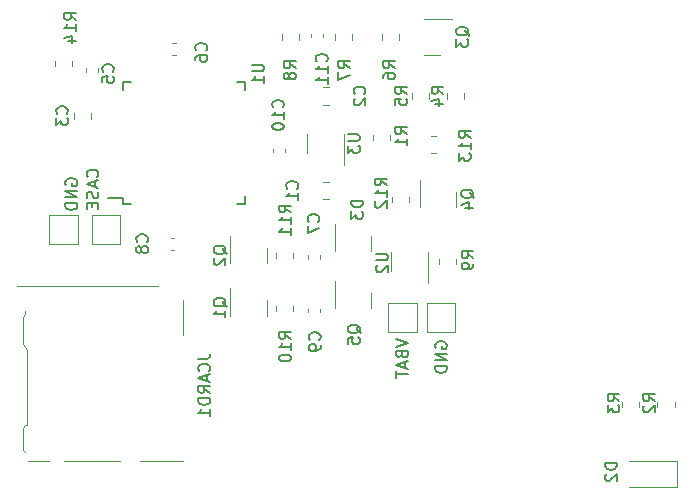
<source format=gbr>
%TF.GenerationSoftware,KiCad,Pcbnew,(6.0.9)*%
%TF.CreationDate,2023-11-17T13:22:31+01:00*%
%TF.ProjectId,datakeyboard,64617461-6b65-4796-926f-6172642e6b69,2*%
%TF.SameCoordinates,Original*%
%TF.FileFunction,Legend,Bot*%
%TF.FilePolarity,Positive*%
%FSLAX46Y46*%
G04 Gerber Fmt 4.6, Leading zero omitted, Abs format (unit mm)*
G04 Created by KiCad (PCBNEW (6.0.9)) date 2023-11-17 13:22:31*
%MOMM*%
%LPD*%
G01*
G04 APERTURE LIST*
%ADD10C,0.150000*%
%ADD11C,0.120000*%
G04 APERTURE END LIST*
D10*
X136300000Y-134338095D02*
X136252380Y-134242857D01*
X136252380Y-134100000D01*
X136300000Y-133957142D01*
X136395238Y-133861904D01*
X136490476Y-133814285D01*
X136680952Y-133766666D01*
X136823809Y-133766666D01*
X137014285Y-133814285D01*
X137109523Y-133861904D01*
X137204761Y-133957142D01*
X137252380Y-134100000D01*
X137252380Y-134195238D01*
X137204761Y-134338095D01*
X137157142Y-134385714D01*
X136823809Y-134385714D01*
X136823809Y-134195238D01*
X137252380Y-134814285D02*
X136252380Y-134814285D01*
X137252380Y-135385714D01*
X136252380Y-135385714D01*
X137252380Y-135861904D02*
X136252380Y-135861904D01*
X136252380Y-136100000D01*
X136300000Y-136242857D01*
X136395238Y-136338095D01*
X136490476Y-136385714D01*
X136680952Y-136433333D01*
X136823809Y-136433333D01*
X137014285Y-136385714D01*
X137109523Y-136338095D01*
X137204761Y-136242857D01*
X137252380Y-136100000D01*
X137252380Y-135861904D01*
X107657142Y-119852380D02*
X107704761Y-119804761D01*
X107752380Y-119661904D01*
X107752380Y-119566666D01*
X107704761Y-119423809D01*
X107609523Y-119328571D01*
X107514285Y-119280952D01*
X107323809Y-119233333D01*
X107180952Y-119233333D01*
X106990476Y-119280952D01*
X106895238Y-119328571D01*
X106800000Y-119423809D01*
X106752380Y-119566666D01*
X106752380Y-119661904D01*
X106800000Y-119804761D01*
X106847619Y-119852380D01*
X107466666Y-120233333D02*
X107466666Y-120709523D01*
X107752380Y-120138095D02*
X106752380Y-120471428D01*
X107752380Y-120804761D01*
X107704761Y-121090476D02*
X107752380Y-121233333D01*
X107752380Y-121471428D01*
X107704761Y-121566666D01*
X107657142Y-121614285D01*
X107561904Y-121661904D01*
X107466666Y-121661904D01*
X107371428Y-121614285D01*
X107323809Y-121566666D01*
X107276190Y-121471428D01*
X107228571Y-121280952D01*
X107180952Y-121185714D01*
X107133333Y-121138095D01*
X107038095Y-121090476D01*
X106942857Y-121090476D01*
X106847619Y-121138095D01*
X106800000Y-121185714D01*
X106752380Y-121280952D01*
X106752380Y-121519047D01*
X106800000Y-121661904D01*
X107228571Y-122090476D02*
X107228571Y-122423809D01*
X107752380Y-122566666D02*
X107752380Y-122090476D01*
X106752380Y-122090476D01*
X106752380Y-122566666D01*
X132952380Y-133557142D02*
X133952380Y-133890476D01*
X132952380Y-134223809D01*
X133428571Y-134890476D02*
X133476190Y-135033333D01*
X133523809Y-135080952D01*
X133619047Y-135128571D01*
X133761904Y-135128571D01*
X133857142Y-135080952D01*
X133904761Y-135033333D01*
X133952380Y-134938095D01*
X133952380Y-134557142D01*
X132952380Y-134557142D01*
X132952380Y-134890476D01*
X133000000Y-134985714D01*
X133047619Y-135033333D01*
X133142857Y-135080952D01*
X133238095Y-135080952D01*
X133333333Y-135033333D01*
X133380952Y-134985714D01*
X133428571Y-134890476D01*
X133428571Y-134557142D01*
X133666666Y-135509523D02*
X133666666Y-135985714D01*
X133952380Y-135414285D02*
X132952380Y-135747619D01*
X133952380Y-136080952D01*
X132952380Y-136271428D02*
X132952380Y-136842857D01*
X133952380Y-136557142D02*
X132952380Y-136557142D01*
X105000000Y-120538095D02*
X104952380Y-120442857D01*
X104952380Y-120300000D01*
X105000000Y-120157142D01*
X105095238Y-120061904D01*
X105190476Y-120014285D01*
X105380952Y-119966666D01*
X105523809Y-119966666D01*
X105714285Y-120014285D01*
X105809523Y-120061904D01*
X105904761Y-120157142D01*
X105952380Y-120300000D01*
X105952380Y-120395238D01*
X105904761Y-120538095D01*
X105857142Y-120585714D01*
X105523809Y-120585714D01*
X105523809Y-120395238D01*
X105952380Y-121014285D02*
X104952380Y-121014285D01*
X105952380Y-121585714D01*
X104952380Y-121585714D01*
X105952380Y-122061904D02*
X104952380Y-122061904D01*
X104952380Y-122300000D01*
X105000000Y-122442857D01*
X105095238Y-122538095D01*
X105190476Y-122585714D01*
X105380952Y-122633333D01*
X105523809Y-122633333D01*
X105714285Y-122585714D01*
X105809523Y-122538095D01*
X105904761Y-122442857D01*
X105952380Y-122300000D01*
X105952380Y-122061904D01*
%TO.C,R14*%
X105862380Y-106545142D02*
X105386190Y-106211809D01*
X105862380Y-105973714D02*
X104862380Y-105973714D01*
X104862380Y-106354666D01*
X104910000Y-106449904D01*
X104957619Y-106497523D01*
X105052857Y-106545142D01*
X105195714Y-106545142D01*
X105290952Y-106497523D01*
X105338571Y-106449904D01*
X105386190Y-106354666D01*
X105386190Y-105973714D01*
X105862380Y-107497523D02*
X105862380Y-106926095D01*
X105862380Y-107211809D02*
X104862380Y-107211809D01*
X105005238Y-107116571D01*
X105100476Y-107021333D01*
X105148095Y-106926095D01*
X105195714Y-108354666D02*
X105862380Y-108354666D01*
X104814761Y-108116571D02*
X105529047Y-107878476D01*
X105529047Y-108497523D01*
%TO.C,JCARD1*%
X116202380Y-135238095D02*
X116916666Y-135238095D01*
X117059523Y-135190476D01*
X117154761Y-135095238D01*
X117202380Y-134952380D01*
X117202380Y-134857142D01*
X117107142Y-136285714D02*
X117154761Y-136238095D01*
X117202380Y-136095238D01*
X117202380Y-136000000D01*
X117154761Y-135857142D01*
X117059523Y-135761904D01*
X116964285Y-135714285D01*
X116773809Y-135666666D01*
X116630952Y-135666666D01*
X116440476Y-135714285D01*
X116345238Y-135761904D01*
X116250000Y-135857142D01*
X116202380Y-136000000D01*
X116202380Y-136095238D01*
X116250000Y-136238095D01*
X116297619Y-136285714D01*
X116916666Y-136666666D02*
X116916666Y-137142857D01*
X117202380Y-136571428D02*
X116202380Y-136904761D01*
X117202380Y-137238095D01*
X117202380Y-138142857D02*
X116726190Y-137809523D01*
X117202380Y-137571428D02*
X116202380Y-137571428D01*
X116202380Y-137952380D01*
X116250000Y-138047619D01*
X116297619Y-138095238D01*
X116392857Y-138142857D01*
X116535714Y-138142857D01*
X116630952Y-138095238D01*
X116678571Y-138047619D01*
X116726190Y-137952380D01*
X116726190Y-137571428D01*
X117202380Y-138571428D02*
X116202380Y-138571428D01*
X116202380Y-138809523D01*
X116250000Y-138952380D01*
X116345238Y-139047619D01*
X116440476Y-139095238D01*
X116630952Y-139142857D01*
X116773809Y-139142857D01*
X116964285Y-139095238D01*
X117059523Y-139047619D01*
X117154761Y-138952380D01*
X117202380Y-138809523D01*
X117202380Y-138571428D01*
X117202380Y-140095238D02*
X117202380Y-139523809D01*
X117202380Y-139809523D02*
X116202380Y-139809523D01*
X116345238Y-139714285D01*
X116440476Y-139619047D01*
X116488095Y-139523809D01*
%TO.C,U1*%
X120752380Y-110338095D02*
X121561904Y-110338095D01*
X121657142Y-110385714D01*
X121704761Y-110433333D01*
X121752380Y-110528571D01*
X121752380Y-110719047D01*
X121704761Y-110814285D01*
X121657142Y-110861904D01*
X121561904Y-110909523D01*
X120752380Y-110909523D01*
X121752380Y-111909523D02*
X121752380Y-111338095D01*
X121752380Y-111623809D02*
X120752380Y-111623809D01*
X120895238Y-111528571D01*
X120990476Y-111433333D01*
X121038095Y-111338095D01*
%TO.C,R1*%
X133852380Y-116233333D02*
X133376190Y-115900000D01*
X133852380Y-115661904D02*
X132852380Y-115661904D01*
X132852380Y-116042857D01*
X132900000Y-116138095D01*
X132947619Y-116185714D01*
X133042857Y-116233333D01*
X133185714Y-116233333D01*
X133280952Y-116185714D01*
X133328571Y-116138095D01*
X133376190Y-116042857D01*
X133376190Y-115661904D01*
X133852380Y-117185714D02*
X133852380Y-116614285D01*
X133852380Y-116900000D02*
X132852380Y-116900000D01*
X132995238Y-116804761D01*
X133090476Y-116709523D01*
X133138095Y-116614285D01*
%TO.C,C10*%
X123357142Y-113957142D02*
X123404761Y-113909523D01*
X123452380Y-113766666D01*
X123452380Y-113671428D01*
X123404761Y-113528571D01*
X123309523Y-113433333D01*
X123214285Y-113385714D01*
X123023809Y-113338095D01*
X122880952Y-113338095D01*
X122690476Y-113385714D01*
X122595238Y-113433333D01*
X122500000Y-113528571D01*
X122452380Y-113671428D01*
X122452380Y-113766666D01*
X122500000Y-113909523D01*
X122547619Y-113957142D01*
X123452380Y-114909523D02*
X123452380Y-114338095D01*
X123452380Y-114623809D02*
X122452380Y-114623809D01*
X122595238Y-114528571D01*
X122690476Y-114433333D01*
X122738095Y-114338095D01*
X122452380Y-115528571D02*
X122452380Y-115623809D01*
X122500000Y-115719047D01*
X122547619Y-115766666D01*
X122642857Y-115814285D01*
X122833333Y-115861904D01*
X123071428Y-115861904D01*
X123261904Y-115814285D01*
X123357142Y-115766666D01*
X123404761Y-115719047D01*
X123452380Y-115623809D01*
X123452380Y-115528571D01*
X123404761Y-115433333D01*
X123357142Y-115385714D01*
X123261904Y-115338095D01*
X123071428Y-115290476D01*
X122833333Y-115290476D01*
X122642857Y-115338095D01*
X122547619Y-115385714D01*
X122500000Y-115433333D01*
X122452380Y-115528571D01*
%TO.C,R5*%
X133852380Y-112833333D02*
X133376190Y-112500000D01*
X133852380Y-112261904D02*
X132852380Y-112261904D01*
X132852380Y-112642857D01*
X132900000Y-112738095D01*
X132947619Y-112785714D01*
X133042857Y-112833333D01*
X133185714Y-112833333D01*
X133280952Y-112785714D01*
X133328571Y-112738095D01*
X133376190Y-112642857D01*
X133376190Y-112261904D01*
X132852380Y-113738095D02*
X132852380Y-113261904D01*
X133328571Y-113214285D01*
X133280952Y-113261904D01*
X133233333Y-113357142D01*
X133233333Y-113595238D01*
X133280952Y-113690476D01*
X133328571Y-113738095D01*
X133423809Y-113785714D01*
X133661904Y-113785714D01*
X133757142Y-113738095D01*
X133804761Y-113690476D01*
X133852380Y-113595238D01*
X133852380Y-113357142D01*
X133804761Y-113261904D01*
X133757142Y-113214285D01*
%TO.C,C6*%
X116857142Y-109133333D02*
X116904761Y-109085714D01*
X116952380Y-108942857D01*
X116952380Y-108847619D01*
X116904761Y-108704761D01*
X116809523Y-108609523D01*
X116714285Y-108561904D01*
X116523809Y-108514285D01*
X116380952Y-108514285D01*
X116190476Y-108561904D01*
X116095238Y-108609523D01*
X116000000Y-108704761D01*
X115952380Y-108847619D01*
X115952380Y-108942857D01*
X116000000Y-109085714D01*
X116047619Y-109133333D01*
X115952380Y-109990476D02*
X115952380Y-109800000D01*
X116000000Y-109704761D01*
X116047619Y-109657142D01*
X116190476Y-109561904D01*
X116380952Y-109514285D01*
X116761904Y-109514285D01*
X116857142Y-109561904D01*
X116904761Y-109609523D01*
X116952380Y-109704761D01*
X116952380Y-109895238D01*
X116904761Y-109990476D01*
X116857142Y-110038095D01*
X116761904Y-110085714D01*
X116523809Y-110085714D01*
X116428571Y-110038095D01*
X116380952Y-109990476D01*
X116333333Y-109895238D01*
X116333333Y-109704761D01*
X116380952Y-109609523D01*
X116428571Y-109561904D01*
X116523809Y-109514285D01*
%TO.C,U3*%
X128852380Y-116238095D02*
X129661904Y-116238095D01*
X129757142Y-116285714D01*
X129804761Y-116333333D01*
X129852380Y-116428571D01*
X129852380Y-116619047D01*
X129804761Y-116714285D01*
X129757142Y-116761904D01*
X129661904Y-116809523D01*
X128852380Y-116809523D01*
X128852380Y-117190476D02*
X128852380Y-117809523D01*
X129233333Y-117476190D01*
X129233333Y-117619047D01*
X129280952Y-117714285D01*
X129328571Y-117761904D01*
X129423809Y-117809523D01*
X129661904Y-117809523D01*
X129757142Y-117761904D01*
X129804761Y-117714285D01*
X129852380Y-117619047D01*
X129852380Y-117333333D01*
X129804761Y-117238095D01*
X129757142Y-117190476D01*
%TO.C,U2*%
X131252380Y-126338095D02*
X132061904Y-126338095D01*
X132157142Y-126385714D01*
X132204761Y-126433333D01*
X132252380Y-126528571D01*
X132252380Y-126719047D01*
X132204761Y-126814285D01*
X132157142Y-126861904D01*
X132061904Y-126909523D01*
X131252380Y-126909523D01*
X131347619Y-127338095D02*
X131300000Y-127385714D01*
X131252380Y-127480952D01*
X131252380Y-127719047D01*
X131300000Y-127814285D01*
X131347619Y-127861904D01*
X131442857Y-127909523D01*
X131538095Y-127909523D01*
X131680952Y-127861904D01*
X132252380Y-127290476D01*
X132252380Y-127909523D01*
%TO.C,R10*%
X124052380Y-133557142D02*
X123576190Y-133223809D01*
X124052380Y-132985714D02*
X123052380Y-132985714D01*
X123052380Y-133366666D01*
X123100000Y-133461904D01*
X123147619Y-133509523D01*
X123242857Y-133557142D01*
X123385714Y-133557142D01*
X123480952Y-133509523D01*
X123528571Y-133461904D01*
X123576190Y-133366666D01*
X123576190Y-132985714D01*
X124052380Y-134509523D02*
X124052380Y-133938095D01*
X124052380Y-134223809D02*
X123052380Y-134223809D01*
X123195238Y-134128571D01*
X123290476Y-134033333D01*
X123338095Y-133938095D01*
X123052380Y-135128571D02*
X123052380Y-135223809D01*
X123100000Y-135319047D01*
X123147619Y-135366666D01*
X123242857Y-135414285D01*
X123433333Y-135461904D01*
X123671428Y-135461904D01*
X123861904Y-135414285D01*
X123957142Y-135366666D01*
X124004761Y-135319047D01*
X124052380Y-135223809D01*
X124052380Y-135128571D01*
X124004761Y-135033333D01*
X123957142Y-134985714D01*
X123861904Y-134938095D01*
X123671428Y-134890476D01*
X123433333Y-134890476D01*
X123242857Y-134938095D01*
X123147619Y-134985714D01*
X123100000Y-135033333D01*
X123052380Y-135128571D01*
%TO.C,R11*%
X124052380Y-122857142D02*
X123576190Y-122523809D01*
X124052380Y-122285714D02*
X123052380Y-122285714D01*
X123052380Y-122666666D01*
X123100000Y-122761904D01*
X123147619Y-122809523D01*
X123242857Y-122857142D01*
X123385714Y-122857142D01*
X123480952Y-122809523D01*
X123528571Y-122761904D01*
X123576190Y-122666666D01*
X123576190Y-122285714D01*
X124052380Y-123809523D02*
X124052380Y-123238095D01*
X124052380Y-123523809D02*
X123052380Y-123523809D01*
X123195238Y-123428571D01*
X123290476Y-123333333D01*
X123338095Y-123238095D01*
X124052380Y-124761904D02*
X124052380Y-124190476D01*
X124052380Y-124476190D02*
X123052380Y-124476190D01*
X123195238Y-124380952D01*
X123290476Y-124285714D01*
X123338095Y-124190476D01*
%TO.C,R4*%
X136952380Y-112833333D02*
X136476190Y-112500000D01*
X136952380Y-112261904D02*
X135952380Y-112261904D01*
X135952380Y-112642857D01*
X136000000Y-112738095D01*
X136047619Y-112785714D01*
X136142857Y-112833333D01*
X136285714Y-112833333D01*
X136380952Y-112785714D01*
X136428571Y-112738095D01*
X136476190Y-112642857D01*
X136476190Y-112261904D01*
X136285714Y-113690476D02*
X136952380Y-113690476D01*
X135904761Y-113452380D02*
X136619047Y-113214285D01*
X136619047Y-113833333D01*
%TO.C,R13*%
X139252380Y-116557142D02*
X138776190Y-116223809D01*
X139252380Y-115985714D02*
X138252380Y-115985714D01*
X138252380Y-116366666D01*
X138300000Y-116461904D01*
X138347619Y-116509523D01*
X138442857Y-116557142D01*
X138585714Y-116557142D01*
X138680952Y-116509523D01*
X138728571Y-116461904D01*
X138776190Y-116366666D01*
X138776190Y-115985714D01*
X139252380Y-117509523D02*
X139252380Y-116938095D01*
X139252380Y-117223809D02*
X138252380Y-117223809D01*
X138395238Y-117128571D01*
X138490476Y-117033333D01*
X138538095Y-116938095D01*
X138252380Y-117842857D02*
X138252380Y-118461904D01*
X138633333Y-118128571D01*
X138633333Y-118271428D01*
X138680952Y-118366666D01*
X138728571Y-118414285D01*
X138823809Y-118461904D01*
X139061904Y-118461904D01*
X139157142Y-118414285D01*
X139204761Y-118366666D01*
X139252380Y-118271428D01*
X139252380Y-117985714D01*
X139204761Y-117890476D01*
X139157142Y-117842857D01*
%TO.C,C2*%
X130257142Y-112833333D02*
X130304761Y-112785714D01*
X130352380Y-112642857D01*
X130352380Y-112547619D01*
X130304761Y-112404761D01*
X130209523Y-112309523D01*
X130114285Y-112261904D01*
X129923809Y-112214285D01*
X129780952Y-112214285D01*
X129590476Y-112261904D01*
X129495238Y-112309523D01*
X129400000Y-112404761D01*
X129352380Y-112547619D01*
X129352380Y-112642857D01*
X129400000Y-112785714D01*
X129447619Y-112833333D01*
X129447619Y-113214285D02*
X129400000Y-113261904D01*
X129352380Y-113357142D01*
X129352380Y-113595238D01*
X129400000Y-113690476D01*
X129447619Y-113738095D01*
X129542857Y-113785714D01*
X129638095Y-113785714D01*
X129780952Y-113738095D01*
X130352380Y-113166666D01*
X130352380Y-113785714D01*
%TO.C,C7*%
X126357142Y-123633333D02*
X126404761Y-123585714D01*
X126452380Y-123442857D01*
X126452380Y-123347619D01*
X126404761Y-123204761D01*
X126309523Y-123109523D01*
X126214285Y-123061904D01*
X126023809Y-123014285D01*
X125880952Y-123014285D01*
X125690476Y-123061904D01*
X125595238Y-123109523D01*
X125500000Y-123204761D01*
X125452380Y-123347619D01*
X125452380Y-123442857D01*
X125500000Y-123585714D01*
X125547619Y-123633333D01*
X125452380Y-123966666D02*
X125452380Y-124633333D01*
X126452380Y-124204761D01*
%TO.C,D3*%
X130152380Y-121861904D02*
X129152380Y-121861904D01*
X129152380Y-122100000D01*
X129200000Y-122242857D01*
X129295238Y-122338095D01*
X129390476Y-122385714D01*
X129580952Y-122433333D01*
X129723809Y-122433333D01*
X129914285Y-122385714D01*
X130009523Y-122338095D01*
X130104761Y-122242857D01*
X130152380Y-122100000D01*
X130152380Y-121861904D01*
X129152380Y-122766666D02*
X129152380Y-123385714D01*
X129533333Y-123052380D01*
X129533333Y-123195238D01*
X129580952Y-123290476D01*
X129628571Y-123338095D01*
X129723809Y-123385714D01*
X129961904Y-123385714D01*
X130057142Y-123338095D01*
X130104761Y-123290476D01*
X130152380Y-123195238D01*
X130152380Y-122909523D01*
X130104761Y-122814285D01*
X130057142Y-122766666D01*
%TO.C,Q1*%
X118597619Y-130842261D02*
X118550000Y-130747023D01*
X118454761Y-130651785D01*
X118311904Y-130508928D01*
X118264285Y-130413690D01*
X118264285Y-130318452D01*
X118502380Y-130366071D02*
X118454761Y-130270833D01*
X118359523Y-130175595D01*
X118169047Y-130127976D01*
X117835714Y-130127976D01*
X117645238Y-130175595D01*
X117550000Y-130270833D01*
X117502380Y-130366071D01*
X117502380Y-130556547D01*
X117550000Y-130651785D01*
X117645238Y-130747023D01*
X117835714Y-130794642D01*
X118169047Y-130794642D01*
X118359523Y-130747023D01*
X118454761Y-130651785D01*
X118502380Y-130556547D01*
X118502380Y-130366071D01*
X118502380Y-131747023D02*
X118502380Y-131175595D01*
X118502380Y-131461309D02*
X117502380Y-131461309D01*
X117645238Y-131366071D01*
X117740476Y-131270833D01*
X117788095Y-131175595D01*
%TO.C,C5*%
X108957142Y-110933333D02*
X109004761Y-110885714D01*
X109052380Y-110742857D01*
X109052380Y-110647619D01*
X109004761Y-110504761D01*
X108909523Y-110409523D01*
X108814285Y-110361904D01*
X108623809Y-110314285D01*
X108480952Y-110314285D01*
X108290476Y-110361904D01*
X108195238Y-110409523D01*
X108100000Y-110504761D01*
X108052380Y-110647619D01*
X108052380Y-110742857D01*
X108100000Y-110885714D01*
X108147619Y-110933333D01*
X108052380Y-111838095D02*
X108052380Y-111361904D01*
X108528571Y-111314285D01*
X108480952Y-111361904D01*
X108433333Y-111457142D01*
X108433333Y-111695238D01*
X108480952Y-111790476D01*
X108528571Y-111838095D01*
X108623809Y-111885714D01*
X108861904Y-111885714D01*
X108957142Y-111838095D01*
X109004761Y-111790476D01*
X109052380Y-111695238D01*
X109052380Y-111457142D01*
X109004761Y-111361904D01*
X108957142Y-111314285D01*
%TO.C,R3*%
X151852380Y-138833333D02*
X151376190Y-138500000D01*
X151852380Y-138261904D02*
X150852380Y-138261904D01*
X150852380Y-138642857D01*
X150900000Y-138738095D01*
X150947619Y-138785714D01*
X151042857Y-138833333D01*
X151185714Y-138833333D01*
X151280952Y-138785714D01*
X151328571Y-138738095D01*
X151376190Y-138642857D01*
X151376190Y-138261904D01*
X150852380Y-139166666D02*
X150852380Y-139785714D01*
X151233333Y-139452380D01*
X151233333Y-139595238D01*
X151280952Y-139690476D01*
X151328571Y-139738095D01*
X151423809Y-139785714D01*
X151661904Y-139785714D01*
X151757142Y-139738095D01*
X151804761Y-139690476D01*
X151852380Y-139595238D01*
X151852380Y-139309523D01*
X151804761Y-139214285D01*
X151757142Y-139166666D01*
%TO.C,R8*%
X124452380Y-110633333D02*
X123976190Y-110300000D01*
X124452380Y-110061904D02*
X123452380Y-110061904D01*
X123452380Y-110442857D01*
X123500000Y-110538095D01*
X123547619Y-110585714D01*
X123642857Y-110633333D01*
X123785714Y-110633333D01*
X123880952Y-110585714D01*
X123928571Y-110538095D01*
X123976190Y-110442857D01*
X123976190Y-110061904D01*
X123880952Y-111204761D02*
X123833333Y-111109523D01*
X123785714Y-111061904D01*
X123690476Y-111014285D01*
X123642857Y-111014285D01*
X123547619Y-111061904D01*
X123500000Y-111109523D01*
X123452380Y-111204761D01*
X123452380Y-111395238D01*
X123500000Y-111490476D01*
X123547619Y-111538095D01*
X123642857Y-111585714D01*
X123690476Y-111585714D01*
X123785714Y-111538095D01*
X123833333Y-111490476D01*
X123880952Y-111395238D01*
X123880952Y-111204761D01*
X123928571Y-111109523D01*
X123976190Y-111061904D01*
X124071428Y-111014285D01*
X124261904Y-111014285D01*
X124357142Y-111061904D01*
X124404761Y-111109523D01*
X124452380Y-111204761D01*
X124452380Y-111395238D01*
X124404761Y-111490476D01*
X124357142Y-111538095D01*
X124261904Y-111585714D01*
X124071428Y-111585714D01*
X123976190Y-111538095D01*
X123928571Y-111490476D01*
X123880952Y-111395238D01*
%TO.C,Q2*%
X118597619Y-126404761D02*
X118550000Y-126309523D01*
X118454761Y-126214285D01*
X118311904Y-126071428D01*
X118264285Y-125976190D01*
X118264285Y-125880952D01*
X118502380Y-125928571D02*
X118454761Y-125833333D01*
X118359523Y-125738095D01*
X118169047Y-125690476D01*
X117835714Y-125690476D01*
X117645238Y-125738095D01*
X117550000Y-125833333D01*
X117502380Y-125928571D01*
X117502380Y-126119047D01*
X117550000Y-126214285D01*
X117645238Y-126309523D01*
X117835714Y-126357142D01*
X118169047Y-126357142D01*
X118359523Y-126309523D01*
X118454761Y-126214285D01*
X118502380Y-126119047D01*
X118502380Y-125928571D01*
X117597619Y-126738095D02*
X117550000Y-126785714D01*
X117502380Y-126880952D01*
X117502380Y-127119047D01*
X117550000Y-127214285D01*
X117597619Y-127261904D01*
X117692857Y-127309523D01*
X117788095Y-127309523D01*
X117930952Y-127261904D01*
X118502380Y-126690476D01*
X118502380Y-127309523D01*
%TO.C,C8*%
X111857142Y-125333333D02*
X111904761Y-125285714D01*
X111952380Y-125142857D01*
X111952380Y-125047619D01*
X111904761Y-124904761D01*
X111809523Y-124809523D01*
X111714285Y-124761904D01*
X111523809Y-124714285D01*
X111380952Y-124714285D01*
X111190476Y-124761904D01*
X111095238Y-124809523D01*
X111000000Y-124904761D01*
X110952380Y-125047619D01*
X110952380Y-125142857D01*
X111000000Y-125285714D01*
X111047619Y-125333333D01*
X111380952Y-125904761D02*
X111333333Y-125809523D01*
X111285714Y-125761904D01*
X111190476Y-125714285D01*
X111142857Y-125714285D01*
X111047619Y-125761904D01*
X111000000Y-125809523D01*
X110952380Y-125904761D01*
X110952380Y-126095238D01*
X111000000Y-126190476D01*
X111047619Y-126238095D01*
X111142857Y-126285714D01*
X111190476Y-126285714D01*
X111285714Y-126238095D01*
X111333333Y-126190476D01*
X111380952Y-126095238D01*
X111380952Y-125904761D01*
X111428571Y-125809523D01*
X111476190Y-125761904D01*
X111571428Y-125714285D01*
X111761904Y-125714285D01*
X111857142Y-125761904D01*
X111904761Y-125809523D01*
X111952380Y-125904761D01*
X111952380Y-126095238D01*
X111904761Y-126190476D01*
X111857142Y-126238095D01*
X111761904Y-126285714D01*
X111571428Y-126285714D01*
X111476190Y-126238095D01*
X111428571Y-126190476D01*
X111380952Y-126095238D01*
%TO.C,R12*%
X132152380Y-120557142D02*
X131676190Y-120223809D01*
X132152380Y-119985714D02*
X131152380Y-119985714D01*
X131152380Y-120366666D01*
X131200000Y-120461904D01*
X131247619Y-120509523D01*
X131342857Y-120557142D01*
X131485714Y-120557142D01*
X131580952Y-120509523D01*
X131628571Y-120461904D01*
X131676190Y-120366666D01*
X131676190Y-119985714D01*
X132152380Y-121509523D02*
X132152380Y-120938095D01*
X132152380Y-121223809D02*
X131152380Y-121223809D01*
X131295238Y-121128571D01*
X131390476Y-121033333D01*
X131438095Y-120938095D01*
X131247619Y-121890476D02*
X131200000Y-121938095D01*
X131152380Y-122033333D01*
X131152380Y-122271428D01*
X131200000Y-122366666D01*
X131247619Y-122414285D01*
X131342857Y-122461904D01*
X131438095Y-122461904D01*
X131580952Y-122414285D01*
X132152380Y-121842857D01*
X132152380Y-122461904D01*
%TO.C,C9*%
X126457142Y-133633333D02*
X126504761Y-133585714D01*
X126552380Y-133442857D01*
X126552380Y-133347619D01*
X126504761Y-133204761D01*
X126409523Y-133109523D01*
X126314285Y-133061904D01*
X126123809Y-133014285D01*
X125980952Y-133014285D01*
X125790476Y-133061904D01*
X125695238Y-133109523D01*
X125600000Y-133204761D01*
X125552380Y-133347619D01*
X125552380Y-133442857D01*
X125600000Y-133585714D01*
X125647619Y-133633333D01*
X126552380Y-134109523D02*
X126552380Y-134300000D01*
X126504761Y-134395238D01*
X126457142Y-134442857D01*
X126314285Y-134538095D01*
X126123809Y-134585714D01*
X125742857Y-134585714D01*
X125647619Y-134538095D01*
X125600000Y-134490476D01*
X125552380Y-134395238D01*
X125552380Y-134204761D01*
X125600000Y-134109523D01*
X125647619Y-134061904D01*
X125742857Y-134014285D01*
X125980952Y-134014285D01*
X126076190Y-134061904D01*
X126123809Y-134109523D01*
X126171428Y-134204761D01*
X126171428Y-134395238D01*
X126123809Y-134490476D01*
X126076190Y-134538095D01*
X125980952Y-134585714D01*
%TO.C,C1*%
X124557142Y-120833333D02*
X124604761Y-120785714D01*
X124652380Y-120642857D01*
X124652380Y-120547619D01*
X124604761Y-120404761D01*
X124509523Y-120309523D01*
X124414285Y-120261904D01*
X124223809Y-120214285D01*
X124080952Y-120214285D01*
X123890476Y-120261904D01*
X123795238Y-120309523D01*
X123700000Y-120404761D01*
X123652380Y-120547619D01*
X123652380Y-120642857D01*
X123700000Y-120785714D01*
X123747619Y-120833333D01*
X124652380Y-121785714D02*
X124652380Y-121214285D01*
X124652380Y-121500000D02*
X123652380Y-121500000D01*
X123795238Y-121404761D01*
X123890476Y-121309523D01*
X123938095Y-121214285D01*
%TO.C,R2*%
X154852380Y-138833333D02*
X154376190Y-138500000D01*
X154852380Y-138261904D02*
X153852380Y-138261904D01*
X153852380Y-138642857D01*
X153900000Y-138738095D01*
X153947619Y-138785714D01*
X154042857Y-138833333D01*
X154185714Y-138833333D01*
X154280952Y-138785714D01*
X154328571Y-138738095D01*
X154376190Y-138642857D01*
X154376190Y-138261904D01*
X153947619Y-139214285D02*
X153900000Y-139261904D01*
X153852380Y-139357142D01*
X153852380Y-139595238D01*
X153900000Y-139690476D01*
X153947619Y-139738095D01*
X154042857Y-139785714D01*
X154138095Y-139785714D01*
X154280952Y-139738095D01*
X154852380Y-139166666D01*
X154852380Y-139785714D01*
%TO.C,C11*%
X127057142Y-110057142D02*
X127104761Y-110009523D01*
X127152380Y-109866666D01*
X127152380Y-109771428D01*
X127104761Y-109628571D01*
X127009523Y-109533333D01*
X126914285Y-109485714D01*
X126723809Y-109438095D01*
X126580952Y-109438095D01*
X126390476Y-109485714D01*
X126295238Y-109533333D01*
X126200000Y-109628571D01*
X126152380Y-109771428D01*
X126152380Y-109866666D01*
X126200000Y-110009523D01*
X126247619Y-110057142D01*
X127152380Y-111009523D02*
X127152380Y-110438095D01*
X127152380Y-110723809D02*
X126152380Y-110723809D01*
X126295238Y-110628571D01*
X126390476Y-110533333D01*
X126438095Y-110438095D01*
X127152380Y-111961904D02*
X127152380Y-111390476D01*
X127152380Y-111676190D02*
X126152380Y-111676190D01*
X126295238Y-111580952D01*
X126390476Y-111485714D01*
X126438095Y-111390476D01*
%TO.C,R7*%
X129052380Y-110633333D02*
X128576190Y-110300000D01*
X129052380Y-110061904D02*
X128052380Y-110061904D01*
X128052380Y-110442857D01*
X128100000Y-110538095D01*
X128147619Y-110585714D01*
X128242857Y-110633333D01*
X128385714Y-110633333D01*
X128480952Y-110585714D01*
X128528571Y-110538095D01*
X128576190Y-110442857D01*
X128576190Y-110061904D01*
X128052380Y-110966666D02*
X128052380Y-111633333D01*
X129052380Y-111204761D01*
%TO.C,Q4*%
X139547619Y-121654761D02*
X139500000Y-121559523D01*
X139404761Y-121464285D01*
X139261904Y-121321428D01*
X139214285Y-121226190D01*
X139214285Y-121130952D01*
X139452380Y-121178571D02*
X139404761Y-121083333D01*
X139309523Y-120988095D01*
X139119047Y-120940476D01*
X138785714Y-120940476D01*
X138595238Y-120988095D01*
X138500000Y-121083333D01*
X138452380Y-121178571D01*
X138452380Y-121369047D01*
X138500000Y-121464285D01*
X138595238Y-121559523D01*
X138785714Y-121607142D01*
X139119047Y-121607142D01*
X139309523Y-121559523D01*
X139404761Y-121464285D01*
X139452380Y-121369047D01*
X139452380Y-121178571D01*
X138785714Y-122464285D02*
X139452380Y-122464285D01*
X138404761Y-122226190D02*
X139119047Y-121988095D01*
X139119047Y-122607142D01*
%TO.C,Q3*%
X139147619Y-107904761D02*
X139100000Y-107809523D01*
X139004761Y-107714285D01*
X138861904Y-107571428D01*
X138814285Y-107476190D01*
X138814285Y-107380952D01*
X139052380Y-107428571D02*
X139004761Y-107333333D01*
X138909523Y-107238095D01*
X138719047Y-107190476D01*
X138385714Y-107190476D01*
X138195238Y-107238095D01*
X138100000Y-107333333D01*
X138052380Y-107428571D01*
X138052380Y-107619047D01*
X138100000Y-107714285D01*
X138195238Y-107809523D01*
X138385714Y-107857142D01*
X138719047Y-107857142D01*
X138909523Y-107809523D01*
X139004761Y-107714285D01*
X139052380Y-107619047D01*
X139052380Y-107428571D01*
X138052380Y-108190476D02*
X138052380Y-108809523D01*
X138433333Y-108476190D01*
X138433333Y-108619047D01*
X138480952Y-108714285D01*
X138528571Y-108761904D01*
X138623809Y-108809523D01*
X138861904Y-108809523D01*
X138957142Y-108761904D01*
X139004761Y-108714285D01*
X139052380Y-108619047D01*
X139052380Y-108333333D01*
X139004761Y-108238095D01*
X138957142Y-108190476D01*
%TO.C,R6*%
X132852380Y-110633333D02*
X132376190Y-110300000D01*
X132852380Y-110061904D02*
X131852380Y-110061904D01*
X131852380Y-110442857D01*
X131900000Y-110538095D01*
X131947619Y-110585714D01*
X132042857Y-110633333D01*
X132185714Y-110633333D01*
X132280952Y-110585714D01*
X132328571Y-110538095D01*
X132376190Y-110442857D01*
X132376190Y-110061904D01*
X131852380Y-111490476D02*
X131852380Y-111300000D01*
X131900000Y-111204761D01*
X131947619Y-111157142D01*
X132090476Y-111061904D01*
X132280952Y-111014285D01*
X132661904Y-111014285D01*
X132757142Y-111061904D01*
X132804761Y-111109523D01*
X132852380Y-111204761D01*
X132852380Y-111395238D01*
X132804761Y-111490476D01*
X132757142Y-111538095D01*
X132661904Y-111585714D01*
X132423809Y-111585714D01*
X132328571Y-111538095D01*
X132280952Y-111490476D01*
X132233333Y-111395238D01*
X132233333Y-111204761D01*
X132280952Y-111109523D01*
X132328571Y-111061904D01*
X132423809Y-111014285D01*
%TO.C,D2*%
X151652380Y-144061904D02*
X150652380Y-144061904D01*
X150652380Y-144300000D01*
X150700000Y-144442857D01*
X150795238Y-144538095D01*
X150890476Y-144585714D01*
X151080952Y-144633333D01*
X151223809Y-144633333D01*
X151414285Y-144585714D01*
X151509523Y-144538095D01*
X151604761Y-144442857D01*
X151652380Y-144300000D01*
X151652380Y-144061904D01*
X150747619Y-145014285D02*
X150700000Y-145061904D01*
X150652380Y-145157142D01*
X150652380Y-145395238D01*
X150700000Y-145490476D01*
X150747619Y-145538095D01*
X150842857Y-145585714D01*
X150938095Y-145585714D01*
X151080952Y-145538095D01*
X151652380Y-144966666D01*
X151652380Y-145585714D01*
%TO.C,Q5*%
X129947619Y-133104761D02*
X129900000Y-133009523D01*
X129804761Y-132914285D01*
X129661904Y-132771428D01*
X129614285Y-132676190D01*
X129614285Y-132580952D01*
X129852380Y-132628571D02*
X129804761Y-132533333D01*
X129709523Y-132438095D01*
X129519047Y-132390476D01*
X129185714Y-132390476D01*
X128995238Y-132438095D01*
X128900000Y-132533333D01*
X128852380Y-132628571D01*
X128852380Y-132819047D01*
X128900000Y-132914285D01*
X128995238Y-133009523D01*
X129185714Y-133057142D01*
X129519047Y-133057142D01*
X129709523Y-133009523D01*
X129804761Y-132914285D01*
X129852380Y-132819047D01*
X129852380Y-132628571D01*
X128852380Y-133961904D02*
X128852380Y-133485714D01*
X129328571Y-133438095D01*
X129280952Y-133485714D01*
X129233333Y-133580952D01*
X129233333Y-133819047D01*
X129280952Y-133914285D01*
X129328571Y-133961904D01*
X129423809Y-134009523D01*
X129661904Y-134009523D01*
X129757142Y-133961904D01*
X129804761Y-133914285D01*
X129852380Y-133819047D01*
X129852380Y-133580952D01*
X129804761Y-133485714D01*
X129757142Y-133438095D01*
%TO.C,R9*%
X139502380Y-126733333D02*
X139026190Y-126400000D01*
X139502380Y-126161904D02*
X138502380Y-126161904D01*
X138502380Y-126542857D01*
X138550000Y-126638095D01*
X138597619Y-126685714D01*
X138692857Y-126733333D01*
X138835714Y-126733333D01*
X138930952Y-126685714D01*
X138978571Y-126638095D01*
X139026190Y-126542857D01*
X139026190Y-126161904D01*
X139502380Y-127209523D02*
X139502380Y-127400000D01*
X139454761Y-127495238D01*
X139407142Y-127542857D01*
X139264285Y-127638095D01*
X139073809Y-127685714D01*
X138692857Y-127685714D01*
X138597619Y-127638095D01*
X138550000Y-127590476D01*
X138502380Y-127495238D01*
X138502380Y-127304761D01*
X138550000Y-127209523D01*
X138597619Y-127161904D01*
X138692857Y-127114285D01*
X138930952Y-127114285D01*
X139026190Y-127161904D01*
X139073809Y-127209523D01*
X139121428Y-127304761D01*
X139121428Y-127495238D01*
X139073809Y-127590476D01*
X139026190Y-127638095D01*
X138930952Y-127685714D01*
%TO.C,C3*%
X105077142Y-114495833D02*
X105124761Y-114448214D01*
X105172380Y-114305357D01*
X105172380Y-114210119D01*
X105124761Y-114067261D01*
X105029523Y-113972023D01*
X104934285Y-113924404D01*
X104743809Y-113876785D01*
X104600952Y-113876785D01*
X104410476Y-113924404D01*
X104315238Y-113972023D01*
X104220000Y-114067261D01*
X104172380Y-114210119D01*
X104172380Y-114305357D01*
X104220000Y-114448214D01*
X104267619Y-114495833D01*
X104172380Y-114829166D02*
X104172380Y-115448214D01*
X104553333Y-115114880D01*
X104553333Y-115257738D01*
X104600952Y-115352976D01*
X104648571Y-115400595D01*
X104743809Y-115448214D01*
X104981904Y-115448214D01*
X105077142Y-115400595D01*
X105124761Y-115352976D01*
X105172380Y-115257738D01*
X105172380Y-114972023D01*
X105124761Y-114876785D01*
X105077142Y-114829166D01*
D11*
%TO.C,R14*%
X105510000Y-110463064D02*
X105510000Y-110008936D01*
X104040000Y-110463064D02*
X104040000Y-110008936D01*
%TO.C,JCARD1*%
X101690000Y-140875000D02*
X101690000Y-134505000D01*
X103575000Y-143900000D02*
X101775000Y-143900000D01*
X101340000Y-142945000D02*
X101340000Y-141085000D01*
X101340000Y-142945000D02*
X101540000Y-143145000D01*
X101690000Y-140875000D02*
X101540000Y-140875000D01*
X109575000Y-143900000D02*
X104875000Y-143900000D01*
X101540000Y-131485000D02*
X101540000Y-131225000D01*
X101340000Y-131685000D02*
X101340000Y-133995000D01*
X114900000Y-133200000D02*
X114900000Y-130275000D01*
X114905000Y-143900000D02*
X111295000Y-143900000D01*
X101340000Y-131685000D02*
X101540000Y-131485000D01*
X101340000Y-141085000D02*
X101540000Y-140875000D01*
X112800000Y-129100000D02*
X100875000Y-129100000D01*
X101340000Y-133995000D02*
X101690000Y-134505000D01*
D10*
%TO.C,U1*%
X109825000Y-122175000D02*
X109825000Y-121600000D01*
X120175000Y-111825000D02*
X119500000Y-111825000D01*
X109825000Y-122175000D02*
X110500000Y-122175000D01*
X109825000Y-111825000D02*
X109825000Y-112500000D01*
X120175000Y-111825000D02*
X120175000Y-112500000D01*
X120175000Y-122175000D02*
X119500000Y-122175000D01*
X109825000Y-111825000D02*
X110500000Y-111825000D01*
X109825000Y-121600000D02*
X108550000Y-121600000D01*
X120175000Y-122175000D02*
X120175000Y-121500000D01*
D11*
%TO.C,R1*%
X132435000Y-116272936D02*
X132435000Y-116727064D01*
X130965000Y-116272936D02*
X130965000Y-116727064D01*
%TO.C,JCASE2*%
X103600000Y-125500000D02*
X106000000Y-125500000D01*
X106000000Y-125500000D02*
X106000000Y-123100000D01*
X103600000Y-123100000D02*
X103600000Y-125500000D01*
X106000000Y-123100000D02*
X103600000Y-123100000D01*
%TO.C,C10*%
X122490000Y-117466233D02*
X122490000Y-117758767D01*
X123510000Y-117466233D02*
X123510000Y-117758767D01*
%TO.C,R5*%
X134265000Y-112772936D02*
X134265000Y-113227064D01*
X135735000Y-112772936D02*
X135735000Y-113227064D01*
%TO.C,C6*%
X114283767Y-108490000D02*
X113991233Y-108490000D01*
X114283767Y-109510000D02*
X113991233Y-109510000D01*
%TO.C,U3*%
X128560000Y-117000000D02*
X128560000Y-118800000D01*
X128560000Y-117000000D02*
X128560000Y-116200000D01*
X125440000Y-117000000D02*
X125440000Y-116200000D01*
X125440000Y-117000000D02*
X125440000Y-117800000D01*
%TO.C,U2*%
X135660000Y-127000000D02*
X135660000Y-126200000D01*
X135660000Y-127000000D02*
X135660000Y-128800000D01*
X132540000Y-127000000D02*
X132540000Y-126200000D01*
X132540000Y-127000000D02*
X132540000Y-127800000D01*
%TO.C,R10*%
X124235000Y-131227064D02*
X124235000Y-130772936D01*
X122765000Y-131227064D02*
X122765000Y-130772936D01*
%TO.C,R11*%
X124235000Y-126272936D02*
X124235000Y-126727064D01*
X122765000Y-126272936D02*
X122765000Y-126727064D01*
%TO.C,R4*%
X138735000Y-113227064D02*
X138735000Y-112772936D01*
X137265000Y-113227064D02*
X137265000Y-112772936D01*
%TO.C,R13*%
X136327064Y-116365000D02*
X135872936Y-116365000D01*
X136327064Y-117835000D02*
X135872936Y-117835000D01*
%TO.C,C2*%
X127261252Y-112265000D02*
X126738748Y-112265000D01*
X127261252Y-113735000D02*
X126738748Y-113735000D01*
%TO.C,JBAT2*%
X135550000Y-132950000D02*
X137950000Y-132950000D01*
X135550000Y-130550000D02*
X135550000Y-132950000D01*
X137950000Y-132950000D02*
X137950000Y-130550000D01*
X137950000Y-130550000D02*
X135550000Y-130550000D01*
%TO.C,C7*%
X125490000Y-126783767D02*
X125490000Y-126491233D01*
X126510000Y-126783767D02*
X126510000Y-126491233D01*
%TO.C,D3*%
X127740000Y-125500000D02*
X127740000Y-126150000D01*
X130860000Y-125500000D02*
X130860000Y-126150000D01*
X130860000Y-125500000D02*
X130860000Y-124850000D01*
X127740000Y-125500000D02*
X127740000Y-123825000D01*
%TO.C,JBAT1*%
X132300000Y-132950000D02*
X134700000Y-132950000D01*
X132300000Y-130550000D02*
X132300000Y-132950000D01*
X134700000Y-130550000D02*
X132300000Y-130550000D01*
X134700000Y-132950000D02*
X134700000Y-130550000D01*
%TO.C,Q1*%
X122010000Y-130937500D02*
X122010000Y-130287500D01*
X118890000Y-130937500D02*
X118890000Y-131587500D01*
X122010000Y-130937500D02*
X122010000Y-131587500D01*
X118890000Y-130937500D02*
X118890000Y-129262500D01*
%TO.C,C5*%
X107710000Y-110946267D02*
X107710000Y-110653733D01*
X106690000Y-110946267D02*
X106690000Y-110653733D01*
%TO.C,R3*%
X152065000Y-138872936D02*
X152065000Y-139327064D01*
X153535000Y-138872936D02*
X153535000Y-139327064D01*
%TO.C,R8*%
X124735000Y-108227064D02*
X124735000Y-107772936D01*
X123265000Y-108227064D02*
X123265000Y-107772936D01*
%TO.C,Q2*%
X122010000Y-126500000D02*
X122010000Y-127150000D01*
X118890000Y-126500000D02*
X118890000Y-127150000D01*
X122010000Y-126500000D02*
X122010000Y-125850000D01*
X118890000Y-126500000D02*
X118890000Y-124825000D01*
%TO.C,C8*%
X114146267Y-124990000D02*
X113853733Y-124990000D01*
X114146267Y-126010000D02*
X113853733Y-126010000D01*
%TO.C,R12*%
X134035000Y-121977064D02*
X134035000Y-121522936D01*
X132565000Y-121977064D02*
X132565000Y-121522936D01*
%TO.C,C9*%
X126510000Y-131283767D02*
X126510000Y-130991233D01*
X125490000Y-131283767D02*
X125490000Y-130991233D01*
%TO.C,C1*%
X127261252Y-121735000D02*
X126738748Y-121735000D01*
X127261252Y-120265000D02*
X126738748Y-120265000D01*
%TO.C,R2*%
X155065000Y-139327064D02*
X155065000Y-138872936D01*
X156535000Y-139327064D02*
X156535000Y-138872936D01*
%TO.C,JCASE1*%
X109600000Y-123100000D02*
X107200000Y-123100000D01*
X109600000Y-125500000D02*
X109600000Y-123100000D01*
X107200000Y-123100000D02*
X107200000Y-125500000D01*
X107200000Y-125500000D02*
X109600000Y-125500000D01*
%TO.C,C11*%
X126760000Y-107741233D02*
X126760000Y-108033767D01*
X125740000Y-107741233D02*
X125740000Y-108033767D01*
%TO.C,R7*%
X129235000Y-108227064D02*
X129235000Y-107772936D01*
X127765000Y-108227064D02*
X127765000Y-107772936D01*
%TO.C,Q4*%
X134940000Y-121750000D02*
X134940000Y-120075000D01*
X138060000Y-121750000D02*
X138060000Y-121100000D01*
X138060000Y-121750000D02*
X138060000Y-122400000D01*
X134940000Y-121750000D02*
X134940000Y-122400000D01*
%TO.C,Q3*%
X136000000Y-106440000D02*
X137675000Y-106440000D01*
X136000000Y-106440000D02*
X135350000Y-106440000D01*
X136000000Y-109560000D02*
X136650000Y-109560000D01*
X136000000Y-109560000D02*
X135350000Y-109560000D01*
%TO.C,R6*%
X133235000Y-108227064D02*
X133235000Y-107772936D01*
X131765000Y-108227064D02*
X131765000Y-107772936D01*
%TO.C,D2*%
X152700000Y-143865000D02*
X156760000Y-143865000D01*
X156760000Y-146135000D02*
X152700000Y-146135000D01*
X156760000Y-143865000D02*
X156760000Y-146135000D01*
%TO.C,Q5*%
X130860000Y-130300000D02*
X130860000Y-130950000D01*
X130860000Y-130300000D02*
X130860000Y-129650000D01*
X127740000Y-130300000D02*
X127740000Y-130950000D01*
X127740000Y-130300000D02*
X127740000Y-128625000D01*
%TO.C,R9*%
X136565000Y-127227064D02*
X136565000Y-126772936D01*
X138035000Y-127227064D02*
X138035000Y-126772936D01*
%TO.C,C3*%
X105665000Y-114401248D02*
X105665000Y-114923752D01*
X107135000Y-114401248D02*
X107135000Y-114923752D01*
%TD*%
M02*

</source>
